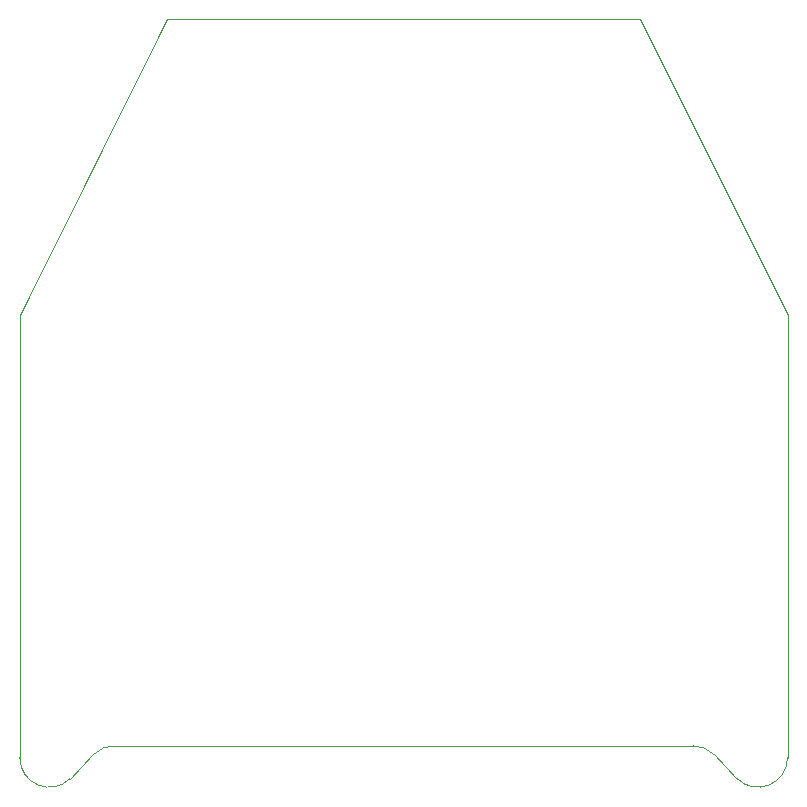
<source format=gbr>
G04*
G04 #@! TF.GenerationSoftware,Altium Limited,Altium Designer,23.8.1 (32)*
G04*
G04 Layer_Color=16711935*
%FSLAX44Y44*%
%MOMM*%
G71*
G04*
G04 #@! TF.SameCoordinates,B1DDD4D6-6927-4A11-B6FF-346F9E1F7E25*
G04*
G04*
G04 #@! TF.FilePolarity,Positive*
G04*
G01*
G75*
%ADD10C,0.1000*%
D10*
X587678Y27678D02*
G03*
X570000Y35000I-17678J-17678D01*
G01*
X80000D02*
G03*
X62322Y27678I0J-25000D01*
G01*
X607322Y7322D02*
G03*
X650000Y25000I17678J17678D01*
G01*
X0D02*
G03*
X42678Y7322I25000J0D01*
G01*
X0Y342900D02*
Y400000D01*
Y25000D02*
Y342900D01*
Y400000D02*
X125000Y650000D01*
X525000D01*
X80000Y35000D02*
X570000D01*
X587678Y27678D02*
X607322Y7322D01*
X42678D02*
X62322Y27678D01*
X525000Y650000D02*
X650000Y400000D01*
Y25000D02*
Y400000D01*
M02*

</source>
